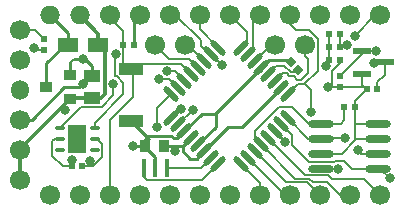
<source format=gtl>
%FSTAX25Y25*%
%MOIN*%
%SFA1B1*%

%IPPOS*%
%AMD14*
4,1,4,-0.022900,-0.007600,-0.007600,-0.022900,0.022900,0.007600,0.007600,0.022900,-0.022900,-0.007600,0.0*
1,1,0.021650,-0.015300,-0.015300*
1,1,0.021650,0.015300,0.015300*
%
%AMD15*
4,1,4,-0.007600,0.022900,-0.022900,0.007600,0.007600,-0.022900,0.022900,-0.007600,-0.007600,0.022900,0.0*
1,1,0.021650,-0.015300,0.015300*
1,1,0.021650,0.015300,-0.015300*
%
%AMD22*
4,1,4,0.000000,0.017300,-0.017300,0.000000,0.000000,-0.017300,0.017300,0.000000,0.000000,0.017300,0.0*
%
%ADD10R,0.024410X0.024410*%
%ADD11R,0.078740X0.041340*%
%ADD12R,0.064960X0.094490*%
%ADD13O,0.031500X0.015750*%
G04~CAMADD=14~3~0.0~0.0~216.5~649.6~0.0~0.0~0~0.0~0.0~0.0~0.0~0~0.0~0.0~0.0~0.0~0~0.0~0.0~0.0~135.0~522.0~522.0*
%ADD14D14*%
G04~CAMADD=15~3~0.0~0.0~216.5~649.6~0.0~0.0~0~0.0~0.0~0.0~0.0~0~0.0~0.0~0.0~0.0~0~0.0~0.0~0.0~45.0~522.0~522.0*
%ADD15D15*%
%ADD16R,0.037400X0.039370*%
%ADD17R,0.011810X0.062990*%
%ADD18R,0.022840X0.024410*%
%ADD19R,0.024410X0.022840*%
%ADD20R,0.055120X0.041340*%
%ADD21R,0.024410X0.024410*%
G04~CAMADD=22~10~0.0~244.1~0.0~0.0~0.0~0.0~0~0.0~0.0~0.0~0.0~0~0.0~0.0~0.0~0.0~0~0.0~0.0~0.0~405.0~244.1~0.0*
%ADD22D22*%
%ADD23R,0.070870X0.049210*%
%ADD24R,0.039370X0.035430*%
%ADD25O,0.086610X0.023620*%
%ADD26R,0.059060X0.023620*%
%ADD27C,0.006000*%
%ADD28C,0.010000*%
%ADD29C,0.014000*%
%ADD30C,0.066930*%
%ADD31O,0.059060X0.066930*%
%ADD32O,0.066930X0.060630*%
%ADD33C,0.031500*%
%ADD34C,0.019690*%
%LNsuper_pro_mini_1-1*%
%LPD*%
G54D10*
X0123425Y0115067D03*
X0119882D03*
X0221752Y0140657D03*
X0218209D03*
X020561Y0159161D03*
X0209154D03*
G54D11*
X0139567Y0130027D03*
Y0147547D03*
G54D12*
X0121653Y0124122D03*
G54D13*
X0127461Y0127862D03*
Y0124122D03*
Y0120382D03*
X0115847D03*
Y0124122D03*
Y0127862D03*
G54D14*
X0152954Y0131248D03*
X0155181Y0129021D03*
X0157408Y0126794D03*
X0159635Y0124567D03*
X0161862Y012234D03*
X0164089Y0120113D03*
X0166316Y0117886D03*
X0168544Y0115658D03*
X0191928Y0139043D03*
X0189701Y014127D03*
X0187474Y0143497D03*
X0185247Y0145724D03*
X018302Y0147951D03*
X0180793Y0150179D03*
X0178566Y0152406D03*
X0176338Y0154633D03*
G54D15*
X0176338Y0115658D03*
X0178566Y0117886D03*
X0180793Y0120113D03*
X018302Y012234D03*
X0185247Y0124567D03*
X0187474Y0126794D03*
X0189701Y0129021D03*
X0191928Y0131248D03*
X0168544Y0154633D03*
X0166316Y0152406D03*
X0164089Y0150179D03*
X0161862Y0147951D03*
X0159635Y0145724D03*
X0157408Y0143497D03*
X0155181Y014127D03*
X0152954Y0139043D03*
G54D16*
X0150689Y0121858D03*
X014439D03*
G54D17*
X0151476Y0114378D03*
X0147736D03*
X0143996D03*
G54D18*
X021065Y0134752D03*
X021435D03*
X0205532Y0154831D03*
X0209232D03*
Y01505D03*
X0205532D03*
X0136831Y015552D03*
X0140532D03*
G54D19*
X020935Y0145264D03*
Y0141563D03*
G54D20*
X0126772Y0137902D03*
Y0144988D03*
G54D21*
X011063Y015739D03*
Y0153847D03*
G54D22*
X0195347Y0147279D03*
X0192842Y0149784D03*
G54D23*
X0118504Y0155618D03*
X012874D03*
G54D24*
X0111417Y0141445D03*
X0119291Y0137508D03*
Y0145382D03*
G54D25*
X0221949Y011426D03*
Y011926D03*
Y012426D03*
Y012926D03*
X0203051Y011426D03*
Y011926D03*
Y012426D03*
Y012926D03*
G54D26*
X0216634Y0153453D03*
Y0145973D03*
X0224114Y0149713D03*
G54D27*
X0199101Y0110979D02*
X0200333Y0109747D01*
X0194381Y0110979D02*
X0199101D01*
X02093Y01055D02*
X02125D01*
X0205053Y0109747D02*
X02093Y01055D01*
X0200333Y0109747D02*
X0205053D01*
X0206645Y0110755D02*
X0217245D01*
X0205221Y0112179D02*
X0206645Y0110755D01*
X019777Y0112179D02*
X0205221D01*
X0180793Y0120113D02*
X0191127Y0109779D01*
X018302Y012234D02*
X0194381Y0110979D01*
X0191127Y0109779D02*
X0198221D01*
X02025Y01055*
X0217245Y0110755D02*
X02225Y01055D01*
X01629Y01551D02*
Y0157D01*
X01544Y01655D02*
X01629Y0157D01*
X01525Y01655D02*
X01544D01*
X01629Y01551D02*
X0165594Y0152406D01*
X0166316*
X0159014Y01508D02*
X0161862Y0147951D01*
X01522Y01508D02*
X0159014D01*
X01475Y01555D02*
X01522Y01508D01*
X0119291Y0149614D02*
X0120571Y0150893D01*
X0122919Y0134935D02*
X01299D01*
X0115847Y0127862D02*
X0122919Y0134935D01*
X0123425Y0115067D02*
X0126969D01*
X0148334Y0134423D02*
X0152954Y0139043D01*
X0148334Y0128065D02*
Y0134423D01*
X0206693Y0141563D02*
Y0146957D01*
X0205394Y0141563D02*
X0206693D01*
X0137106Y0139279D02*
Y0142694D01*
X01299Y0134935D02*
X0133766Y0138801D01*
X0134792Y0145009D02*
X0137106Y0142694D01*
X013468Y0145009D02*
X0134792D01*
X0134405Y0145283D02*
X013468Y0145009D01*
X0133766Y0138801D02*
Y0142534D01*
X0113386Y0123335D02*
X0114173Y0124122D01*
X0113386Y0121109D02*
Y0123335D01*
X0113372Y0121095D02*
X0113386Y0121109D01*
X0114173Y0124122D02*
X0115847D01*
X0113372Y0118624D02*
Y0121095D01*
Y0118624D02*
X0116929Y0115067D01*
X0119882*
X0119888Y011714D02*
X0119986D01*
X0134405Y0152327D02*
X0134496Y0152417D01*
X013697Y0151392D02*
Y015538D01*
X0136831Y015552D02*
X013697Y015538D01*
X0136831Y0151252D02*
X013697Y0151392D01*
X0136831Y0149102D02*
Y0151252D01*
X0134405Y0145283D02*
Y0152327D01*
X0127461Y0129634D02*
X0137106Y0139279D01*
X0127461Y0127862D02*
Y0129634D01*
Y0124122D02*
X0128248D01*
X0129935Y0122435*
Y0118034D02*
Y0122435D01*
X0126969Y0115067D02*
X0129935Y0118034D01*
X0119882Y0117134D02*
X0119888Y011714D01*
X0119882Y0115067D02*
Y0117134D01*
X0136831Y0149102D02*
X0139567Y0146366D01*
X0142435Y0149235*
X0156125*
X0141254D02*
X0142435D01*
X0139567Y0147547D02*
X0141254Y0149235D01*
X0139567Y0146366D02*
X0140157Y0145776D01*
Y0138295D02*
Y0145776D01*
X01325Y0130638D02*
X0140157Y0138295D01*
X01325Y01055D02*
Y0130638D01*
X0206693Y0141563D02*
X020935D01*
X0206693Y0146957D02*
X0209232Y0149496D01*
X0204724Y0148531D02*
X0205511D01*
X0205532Y0148551*
X0209232Y0149496D02*
Y01505D01*
X0199606Y0133177D02*
Y0140461D01*
X0197539Y0142528D02*
X0199606Y0140461D01*
X0208642Y011426D02*
X0208661Y0114279D01*
X0210714Y0116754D02*
X0213209Y011426D01*
X0207636Y0116754D02*
X0210714D01*
X0198819Y0116543D02*
X0207425D01*
X0207636Y0116754*
X0203051Y011426D02*
X0208642D01*
X020561Y0150579D02*
Y0159161D01*
X0205532Y0148551D02*
Y01505D01*
X0220472Y0149605D02*
X0224006D01*
X0224114Y0149713*
X0211608Y0155415D02*
Y0155637D01*
X0211024Y0154831D02*
X0211608Y0155415D01*
X0214173Y0158374D02*
Y0158571D01*
X0221102Y01655*
X0209232Y0154831D02*
X0211024D01*
X0123622Y0150893D02*
X012441D01*
X0123622Y0142626D02*
X0124409D01*
X0126772Y0144988*
X0216634Y0153453D02*
X022126D01*
X0166316Y0152406D02*
X0169895Y0148827D01*
X016998*
X022126Y0153354D02*
Y0153453D01*
X0216634Y0142232D02*
X0217303Y0141563D01*
X0218209Y0140657*
X020935Y0141563D02*
X0217303D01*
X0216634Y0152547D02*
Y0153453D01*
X020935Y0145264D02*
X0216634Y0152547D01*
X021435Y0134752D02*
Y0136799D01*
X0218209Y0140657*
X0216634Y0142232D02*
Y0145973D01*
X0224114Y0145579D02*
Y0149713D01*
X0221752Y0143217D02*
X0224114Y0145579D01*
X0221752Y0140657D02*
Y0143217D01*
X0197441Y0142528D02*
X0197539D01*
X0215158Y012048D02*
X0216378Y011926D01*
X0221949*
X0187474Y0126794D02*
X0190847Y0123422D01*
Y0123236D02*
Y0123422D01*
X0189701Y0129021D02*
X0193321Y0125401D01*
Y0122041D02*
Y0125401D01*
Y0122041D02*
X0198819Y0116543D01*
X0221102Y01655D02*
X02225D01*
X01925Y0162528D02*
Y01655D01*
Y0162528D02*
X0194488Y0160539D01*
X0198917*
X020187Y0157587*
Y0146957D02*
Y0157587D01*
X0197441Y0142528D02*
X020187Y0146957D01*
X0195413Y0142528D02*
X0197441D01*
X0191928Y0139043D02*
X0195413Y0142528D01*
X01975Y0151917D02*
Y01555D01*
Y0151917D02*
X0198721Y0150697D01*
Y0146268D02*
Y0150697D01*
X0196358Y0143905D02*
X0198721Y0146268D01*
X0195079Y0143905D02*
X0196358D01*
X0193818Y0145166D02*
X0195079Y0143905D01*
X0192416Y0145166D02*
X0193818D01*
X0191512Y0146071D02*
X0192416Y0145166D01*
X0190354Y0146071D02*
X0191512D01*
X0187781Y0143497D02*
X0190354Y0146071D01*
X0187474Y0143497D02*
X0187781D01*
X0185247Y0145724D02*
X0188054Y0148531D01*
X0190748*
X0192913Y0146366*
X0194435*
X0195347Y0147279*
X0203051Y012426D02*
X0203307Y0124516D01*
X0210925*
X0221949Y011426D02*
X0222756D01*
X0225886Y011113*
X0193405Y0134949D02*
X0199094Y012926D01*
X0188976Y0134949D02*
X0193405D01*
X0181004Y0126976D02*
X0188976Y0134949D01*
X0181004Y0124356D02*
Y0126976D01*
X0199094Y012926D02*
X0203051D01*
X0181004Y0124356D02*
X018302Y012234D01*
X021065Y0130342D02*
Y0134752D01*
X0209567Y012926D02*
X021065Y0130342D01*
X0203051Y012926D02*
X0209567D01*
X021435Y0124122D02*
Y0129339D01*
Y0123709D02*
Y0124122D01*
X0214488Y012426*
X0221949*
X021435Y0129339D02*
Y0134752D01*
Y0129339D02*
X0214429Y012926D01*
X0221949*
X0209902Y011926D02*
X021435Y0123709D01*
X0203051Y011926D02*
X0209902D01*
X0191928Y0131013D02*
Y0131248D01*
Y0131013D02*
X0198681Y012426D01*
X0203051*
X0213209Y011426D02*
X0221949D01*
X0185314Y0124635D02*
X019777Y0112179D01*
X0149023Y0144109D02*
X0152342D01*
X0155181Y014127*
X0149023Y0144109D02*
X0149213Y0144299D01*
X0156125Y0149235D02*
X0159635Y0145724D01*
X0154146Y014676D02*
X0157408Y0143497D01*
X0151772Y014676D02*
X0154146D01*
X0140532Y0163531D02*
X01425Y01655D01*
X0136831Y015552D02*
Y0160126D01*
X01325Y0164457D02*
X0136831Y0160126D01*
X01325Y0164457D02*
Y01655D01*
X0126378Y0145382D02*
X0126772Y0144988D01*
X0107283Y0154339D02*
X0107776Y0153847D01*
X011063*
X010752Y01605D02*
X011063Y015739D01*
X01025Y01605D02*
X010752D01*
X0209154Y0154909D02*
X0209232Y0154831D01*
X0209154Y0154909D02*
Y0159161D01*
X0205532Y01505D02*
X020561Y0150579D01*
X0155181Y0129021D02*
X0160131Y0133971D01*
X0160146*
X0152954Y0131248D02*
X0155965Y013426D01*
X0156299*
X0144994Y0110328D02*
X0163213D01*
X0168544Y0115658*
X0162809Y0114378D02*
X0166316Y0117886D01*
X0151476Y0114378D02*
X0162809D01*
X0143996Y0111327D02*
X0144994Y0110328D01*
X0143996Y0111327D02*
Y0114378D01*
X0212224Y0105224D02*
X02125Y01055D01*
X0190951D02*
X01925D01*
X0178566Y0117886D02*
X0190951Y01055D01*
X01825D02*
Y0109497D01*
X0176338Y0115658D02*
X01825Y0109497D01*
X0186114Y01555D02*
X01875D01*
X0180793Y0150179D02*
X0186114Y01555D01*
X0180315Y0163315D02*
X01825Y01655D01*
X0180315Y0154155D02*
Y0163315D01*
X0178566Y0152406D02*
X0180315Y0154155D01*
X0176338Y0154633D02*
X0178347Y0156641D01*
Y0159653*
X01725Y01655D02*
X0178347Y0159653D01*
X01575Y01555D02*
X0158768D01*
X0164089Y0150179*
X01625Y0160676D02*
Y01655D01*
Y0160676D02*
X0168544Y0154633D01*
G54D28*
X0192026Y01506D02*
X0192842Y0149784D01*
X0185668Y01506D02*
X0192026D01*
X018302Y0147951D02*
X0185668Y01506D01*
X0117323Y0141347D02*
X0122343D01*
X0106476Y01305D02*
X0117323Y0141347D01*
X0122343D02*
X0123622Y0142626D01*
X0120571Y0150893D02*
X0123622D01*
X0119291Y0145382D02*
Y0149614D01*
X0117618Y0155618D02*
X0118504D01*
X0111417Y0149417D02*
X0117618Y0155618D01*
X0111417Y0141445D02*
Y0149417D01*
X014439Y0124221D02*
X0145571D01*
X0140945Y0128847D02*
X0145571Y0124221D01*
X0139567Y0128847D02*
X0140945D01*
X012441Y0150893D02*
X0126772Y0148531D01*
Y0144988D02*
Y0148531D01*
X0140157Y012176D02*
X0140256Y0121858D01*
X014439*
Y0124024*
Y0124221D02*
X0145374Y0125205D01*
X0153051*
X0154331Y0121858D02*
X0156853D01*
X0150689D02*
X0154331D01*
Y0120185D02*
Y0121858D01*
X01025Y01305D02*
X0106476D01*
X0140532Y015552D02*
Y0163531D01*
X01125Y01655D02*
X0118504Y0159496D01*
Y0155618D02*
Y0159496D01*
X0163151Y0132537D02*
X0167667D01*
X0157408Y0126794D02*
X0163151Y0132537D01*
X0167667D02*
X0181795Y0146665D01*
X0147736Y0114378D02*
Y0118118D01*
X014439Y0121465D02*
X0147736Y0118118D01*
X014439Y0121465D02*
Y0121858D01*
X0153051Y0125205D02*
X0153937Y0124319D01*
X0154933*
X0157408Y0126794*
X0156853Y0121858D02*
X015689Y0121822D01*
X0167815Y0128293D02*
Y0132537D01*
X0161862Y012234D02*
X0167815Y0128293D01*
X0181795Y0146665D02*
X018302D01*
Y0147951*
X0161603Y0117626D02*
X0164089Y0120113D01*
X015935Y0117626D02*
X0161603D01*
X015689Y0120087D02*
X015935Y0117626D01*
X015689Y0120087D02*
Y0121822D01*
X0159635Y0124567*
X0164089Y0120113D02*
X0172036Y0128059D01*
X017649*
X0189701Y014127*
G54D29*
X0116191Y0134407D02*
X0119291Y0137508D01*
X01025Y0120717D02*
X0116191Y0134407D01*
X011688D02*
X0117618Y0133669D01*
X0116191Y0134407D02*
X011688D01*
X012874Y0155618D02*
X0130827Y0153531D01*
X0129724Y0137902D02*
X0130827Y0139005D01*
Y0153531*
X0126772Y0137902D02*
X0129724D01*
X01025Y01205D02*
Y0120717D01*
X0119685Y0137902D02*
X0126772D01*
X0119291Y0137508D02*
X0119685Y0137902D01*
X012874Y0155618D02*
Y015926D01*
X01225Y01655D02*
X012874Y015926D01*
X01025Y01105D02*
Y01205D01*
G54D30*
X01875Y01555D03*
X01975D03*
X01575D03*
X01475D03*
X01025Y01605D03*
Y01505D03*
Y01305D03*
Y01205D03*
Y01105D03*
X01325Y01655D03*
X01425D03*
X01525D03*
X01625D03*
X01725D03*
X01825D03*
X01925D03*
X02025D03*
X02125D03*
X02225D03*
Y01055D03*
X02125D03*
X02025D03*
X01925D03*
X01825D03*
X01725D03*
X01625D03*
X01525D03*
X01425D03*
X01325D03*
X01225D03*
X01125D03*
G54D31*
X01025Y01405D03*
G54D32*
X01125Y01655D03*
X01225D03*
G54D33*
X0117618Y0133669D03*
X0148334Y0128065D03*
X0205394Y0141563D03*
X0133766Y0142534D03*
X0125886Y0116839D03*
X0119986Y011714D03*
X0134496Y0152417D03*
X0204724Y0148531D03*
X0199606Y0133177D03*
X0208661Y0114279D03*
X0220472Y0149605D03*
X0211608Y0155637D03*
X0214173Y0158374D03*
X0123622Y0150893D03*
X0140157Y012176D03*
X0123622Y0142626D03*
X0154331Y0120185D03*
X016998Y0148827D03*
X022126Y0153354D03*
X0215158Y012048D03*
X0190847Y0123236D03*
X0210925Y0124516D03*
X0225886Y011113D03*
X0149023Y0144109D03*
X0151772Y014676D03*
X0107283Y0154339D03*
X0160146Y0133971D03*
X0156299Y013426D03*
G54D34*
X0121653Y0121957D03*
Y0126287D03*
M02*
</source>
